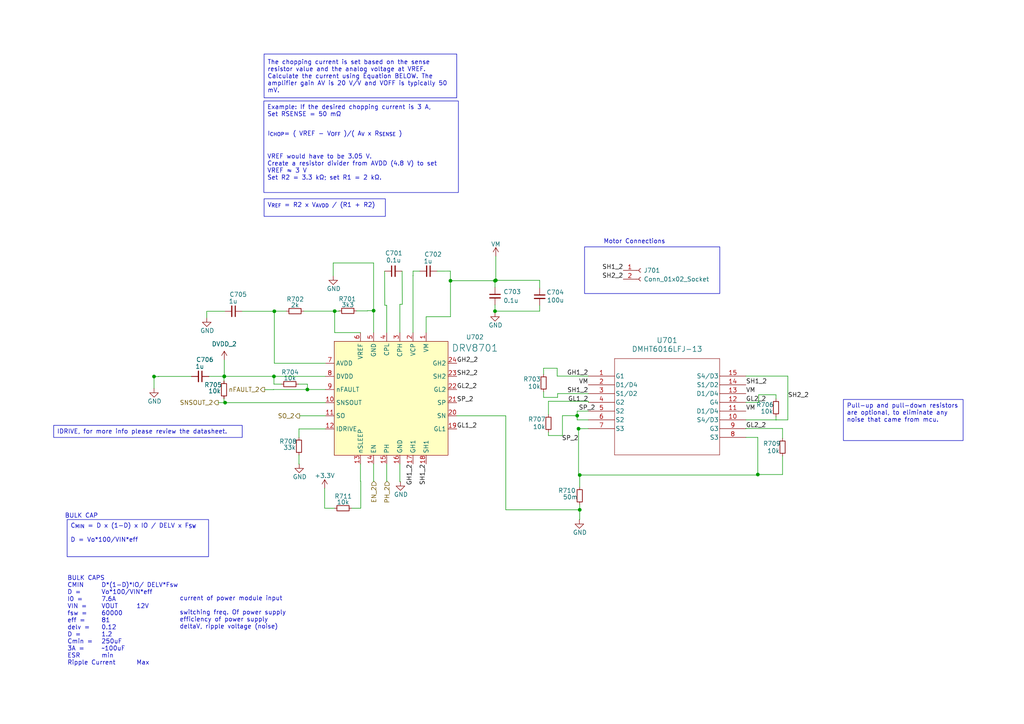
<source format=kicad_sch>
(kicad_sch (version 20231120) (generator "eeschema") (generator_version "8.0")
  (paper "A4")
  (title_block (title "Mixed Signal Board Project") (date "2024-06-24") (rev "V1.0") (company "open source") (comment 1 "this project for learning purposes"))
  (lib_symbols
    (symbol "Connector:Conn_01x02_Socket" (pin_names (offset 1.016) hide)
      (property "Reference" "J" (at 0 2.54 0))
      (property "Value" "Conn_01x02_Socket" (at 0 -5.08 0))
      (symbol "Conn_01x02_Socket_1_1"
        (arc (start 0 -2.032) (mid -0.5058 -2.54) (end 0 -3.048) (stroke (width 0.1524)))
        (polyline (pts (xy -1.27 -2.54) (xy -0.508 -2.54)) (stroke (width 0.1524)))
        (polyline (pts (xy -1.27 0) (xy -0.508 0)) (stroke (width 0.1524)))
        (arc (start 0 0.508) (mid -0.5058 0) (end 0 -0.508) (stroke (width 0.1524)))
        (pin passive line (at -5.08 0 0) (length 3.81) (name "Pin_1") (number "1"))
        (pin passive line (at -5.08 -2.54 0) (length 3.81) (name "Pin_2") (number "2"))
      )
    )
    (symbol "DMHT6016LFJ:DMHT6016LFJ-13" (pin_names (offset 0.254))
      (property "Reference" "U" (at 22.86 10.16 0))
      (property "Value" "DMHT6016LFJ-13" (at 22.86 7.62 0))
      (symbol "DMHT6016LFJ-13_0_1"
        (polyline (pts (xy 7.62 -22.86) (xy 38.1 -22.86)) (stroke (width 0.127)))
        (polyline (pts (xy 7.62 5.08) (xy 7.62 -22.86)) (stroke (width 0.127)))
        (polyline (pts (xy 38.1 -22.86) (xy 38.1 5.08)) (stroke (width 0.127)))
        (polyline (pts (xy 38.1 5.08) (xy 7.62 5.08)) (stroke (width 0.127)))
        (pin bidirectional line (at 0 0 0) (length 7.62) (name "G1") (number "1"))
        (pin bidirectional line (at 45.72 -12.7 180) (length 7.62) (name "S4/D3") (number "10"))
        (pin bidirectional line (at 45.72 -10.16 180) (length 7.62) (name "D1/D4") (number "11"))
        (pin bidirectional line (at 45.72 -7.62 180) (length 7.62) (name "G4") (number "12"))
        (pin bidirectional line (at 45.72 -5.08 180) (length 7.62) (name "D1/D4") (number "13"))
        (pin bidirectional line (at 45.72 -2.54 180) (length 7.62) (name "S1/D2") (number "14"))
        (pin bidirectional line (at 45.72 0 180) (length 7.62) (name "S4/D3") (number "15"))
        (pin bidirectional line (at 0 -2.54 0) (length 7.62) (name "D1/D4") (number "2"))
        (pin bidirectional line (at 0 -5.08 0) (length 7.62) (name "S1/D2") (number "3"))
        (pin bidirectional line (at 0 -7.62 0) (length 7.62) (name "G2") (number "4"))
        (pin bidirectional line (at 0 -10.16 0) (length 7.62) (name "S2") (number "5"))
        (pin bidirectional line (at 0 -12.7 0) (length 7.62) (name "S2") (number "6"))
        (pin bidirectional line (at 0 -15.24 0) (length 7.62) (name "S3") (number "7"))
        (pin bidirectional line (at 45.72 -17.78 180) (length 7.62) (name "S3") (number "8"))
        (pin bidirectional line (at 45.72 -15.24 180) (length 7.62) (name "G3") (number "9"))
      )
    )
    (symbol "Device:C_Small" (pin_numbers hide) (pin_names (offset 0.254) hide)
      (property "Reference" "C" (at 0.254 1.778 0))
      (property "Value" "C_Small" (at 0.254 -2.032 0))
      (symbol "C_Small_0_1"
        (polyline (pts (xy -1.524 -0.508) (xy 1.524 -0.508)) (stroke (width 0.3302)))
        (polyline (pts (xy -1.524 0.508) (xy 1.524 0.508)) (stroke (width 0.3048)))
      )
      (symbol "C_Small_1_1"
        (pin passive line (at 0 2.54 270) (length 2.032) (name "~") (number "1"))
        (pin passive line (at 0 -2.54 90) (length 2.032) (name "~") (number "2"))
      )
    )
    (symbol "Device:R_Small" (pin_numbers hide) (pin_names (offset 0.254) hide)
      (property "Reference" "R" (at 0.762 0.508 0))
      (property "Value" "R_Small" (at 0.762 -1.016 0))
      (symbol "R_Small_0_1"
        (rectangle (start -0.762 1.778) (end 0.762 -1.778) (stroke (width 0.2032)))
      )
      (symbol "R_Small_1_1"
        (pin passive line (at 0 2.54 270) (length 0.762) (name "~") (number "1"))
        (pin passive line (at 0 -2.54 90) (length 0.762) (name "~") (number "2"))
      )
    )
    (symbol "custom1:DRV8701ERGET"
      (property "Reference" "U?" (at 24.3105 17.7486 0))
      (property "Value" "DRV8701" (at 24.3105 14.5736 0))
      (symbol "DRV8701ERGET_1_0"
        (pin output line (at -19.05 -5.08 0) (length 2.54) (name "SO") (number "11"))
        (pin input line (at -19.05 -8.89 0) (length 2.54) (name "IDRIVE") (number "12"))
        (pin input line (at -8.89 -19.05 90) (length 2.54) (name "nSLEEP") (number "13"))
        (pin input line (at -5.08 -19.05 90) (length 2.54) (name "EN") (number "14"))
        (pin input line (at -1.27 -19.05 90) (length 2.54) (name "PH") (number "15"))
        (pin passive line (at 2.54 -19.05 90) (length 2.54) (name "GND") (number "16"))
        (pin output line (at 6.35 -19.05 90) (length 2.54) (name "GH1") (number "17"))
        (pin input line (at 10.16 -19.05 90) (length 2.54) (name "SH1") (number "18"))
        (pin output line (at 19.05 -8.89 180) (length 2.54) (name "GL1") (number "19"))
        (pin input line (at 19.05 -5.08 180) (length 2.54) (name "SN") (number "20"))
        (pin input line (at 19.05 -1.27 180) (length 2.54) (name "SP") (number "21"))
        (pin output line (at 19.05 2.54 180) (length 2.54) (name "GL2") (number "22"))
        (pin input line (at 19.05 6.35 180) (length 2.54) (name "SH2") (number "23"))
        (pin output line (at 19.05 10.16 180) (length 2.54) (name "GH2") (number "24"))
        (pin passive line (at -8.89 19.05 270) (length 2.54) (name "VREF") (number "6"))
        (pin passive line (at -19.05 10.16 0) (length 2.54) (name "AVDD") (number "7"))
        (pin passive line (at -19.05 6.35 0) (length 2.54) (name "DVDD") (number "8"))
        (pin output line (at -19.05 2.54 0) (length 2.54) (name "nFAULT") (number "9"))
      )
      (symbol "DRV8701ERGET_1_1"
        (rectangle (start -16.51 16.51) (end 16.51 -16.51) (fill (type background)))
        (pin passive line (at 10.16 19.05 270) (length 2.54) (name "VM") (number "1"))
        (pin output line (at -19.05 -1.27 0) (length 2.54) (name "SNSOUT") (number "10"))
        (pin passive line (at 6.35 19.05 270) (length 2.54) (name "VCP") (number "2"))
        (pin passive line (at 2.54 19.05 270) (length 2.54) (name "CPH") (number "3"))
        (pin passive line (at -1.27 19.05 270) (length 2.54) (name "CPL") (number "4"))
        (pin passive line (at -5.08 19.05 270) (length 2.54) (name "GND") (number "5"))
      )
    )
    (symbol "power:+3.3V" (power) (pin_names (offset 0))
      (property "Value" "+3.3V" (at 0 3.556 0))
      (symbol "+3.3V_0_1"
        (polyline (pts (xy -0.762 1.27) (xy 0 2.54)))
        (polyline (pts (xy 0 0) (xy 0 2.54)))
        (polyline (pts (xy 0 2.54) (xy 0.762 1.27)))
      )
      (symbol "+3.3V_1_1"
        (pin power_in line (at 0 0 90) (length 0) hide (name "+3.3V") (number "1"))
      )
    )
    (symbol "power:GND" (power) (pin_names (offset 0))
      (property "Value" "GND" (at 0 -3.81 0))
      (symbol "GND_0_1"
        (polyline (pts (xy 0 0) (xy 0 -1.27) (xy 1.27 -1.27) (xy 0 -2.54) (xy -1.27 -1.27) (xy 0 -1.27)))
      )
      (symbol "GND_1_1"
        (pin power_in line (at 0 0 270) (length 0) hide (name "GND") (number "1"))
      )
    )
    (symbol "power:VDD" (power) (pin_names (offset 0))
      (property "Value" "VDD" (at 0 3.81 0))
      (symbol "VDD_0_1"
        (polyline (pts (xy -0.762 1.27) (xy 0 2.54)))
        (polyline (pts (xy 0 0) (xy 0 2.54)))
        (polyline (pts (xy 0 2.54) (xy 0.762 1.27)))
      )
      (symbol "VDD_1_1"
        (pin power_in line (at 0 0 90) (length 0) hide (name "VDD") (number "1"))
      )
    )
    (symbol "power:VMEM" (power) (pin_names (offset 0))
      (property "Value" "VMEM" (at 0 3.81 0))
      (symbol "VMEM_0_1"
        (polyline (pts (xy -0.762 1.27) (xy 0 2.54)))
        (polyline (pts (xy 0 0) (xy 0 2.54)))
        (polyline (pts (xy 0 2.54) (xy 0.762 1.27)))
      )
      (symbol "VMEM_1_1"
        (pin power_in line (at 0 0 90) (length 0) hide (name "VMEM") (number "1"))
      )
    )
  )
  (junction (at 97.0671 90.2456))
  (junction (at 168.1415 147.8656))
  (junction (at 130.6565 81.4249))
  (junction (at 79.5667 90.2852))
  (junction (at 65.0499 109.1669))
  (junction (at 108.3584 90.1045))
  (junction (at 79.4571 109.1669))
  (junction (at 44.6755 109.2081))
  (junction (at 143.57 81.4249))
  (junction (at 65.2912 116.7869))
  (junction (at 89.1599 112.9769))
  (junction (at 143.57 90.2469))
  (junction (at 168.1415 137.7785))
  (junction (at 65.0488 109.1669))
  (junction (at 143.8069 81.3086))
  (junction (at 167.7981 124.345))
  (junction (at 167.4086 120.5577))
  (junction (at 219.7911 137.6315))
  (wire (pts (xy 86.7137 124.4069) (xy 94.3884 124.4069)))
  (wire (pts (xy 170.626 124.3212) (xy 167.7981 124.345)))
  (wire (pts (xy 143.8069 74.3348) (xy 143.8069 81.3086)))
  (wire (pts (xy 44.6659 109.2081) (xy 44.6755 109.2081)))
  (wire (pts (xy 86.7137 126.8939) (xy 86.7137 124.4069)))
  (wire (pts (xy 226.9695 137.6315) (xy 219.7911 137.6315)))
  (wire (pts (xy 219.7911 126.8612) (xy 216.346 126.8612)))
  (wire (pts (xy 63.3179 116.7744) (xy 65.2912 116.7744)))
  (wire (pts (xy 108.3584 90.1045) (xy 108.3584 76.2735)))
  (wire (pts (xy 143.57 88.434) (xy 143.57 90.2469)))
  (wire (pts (xy 103.4176 90.175) (xy 106.5935 90.175)))
  (wire (pts (xy 70.2699 90.2852) (xy 70.2699 90.275)))
  (wire (pts (xy 157.6619 108.5332) (xy 157.6619 106.7974)))
  (wire (pts (xy 119.7884 79.9351) (xy 119.7884 96.4669)))
  (wire (pts (xy 104.5484 134.5669) (xy 104.5484 139.5566)))
  (wire (pts (xy 89.1599 111.4154) (xy 89.1599 112.9769)))
  (wire (pts (xy 79.4571 111.4154) (xy 79.4571 109.1669)))
  (wire (pts (xy 59.9681 90.275) (xy 59.9681 92.1803)))
  (wire (pts (xy 64.968 116.7869) (xy 65.2912 116.7869)))
  (wire (pts (xy 143.57 90.2469) (xy 143.57 90.5984)))
  (wire (pts (xy 64.968 115.5816) (xy 64.968 116.7869)))
  (wire (pts (xy 104.5484 96.4669) (xy 97.0671 96.4669)))
  (wire (pts (xy 60.5986 109.1669) (xy 60.5986 109.1799)))
  (wire (pts (xy 168.1415 137.7785) (xy 219.7911 137.7785)))
  (wire (pts (xy 219.7911 137.7785) (xy 219.7911 137.6315)))
  (wire (pts (xy 89.1599 112.9769) (xy 79.3395 112.9769)))
  (wire (pts (xy 168.1415 150.7108) (xy 168.0399 150.7108)))
  (wire (pts (xy 97.0671 96.4669) (xy 97.0671 90.2456)))
  (wire (pts (xy 94.1551 141.6614) (xy 94.1757 141.6614)))
  (wire (pts (xy 225.0723 121.8087) (xy 225.129 121.8087)))
  (wire (pts (xy 143.57 81.4249) (xy 143.57 83.354)))
  (wire (pts (xy 126.7911 78.6426) (xy 130.6292 78.631)))
  (wire (pts (xy 112.1684 134.5669) (xy 112.1684 139.5566)))
  (wire (pts (xy 64.968 110.5016) (xy 64.968 109.3638)))
  (wire (pts (xy 88.1048 90.2456) (xy 97.0671 90.2456)))
  (wire (pts (xy 81.5313 111.4154) (xy 79.4571 111.4154)))
  (wire (pts (xy 44.6755 109.2081) (xy 46.0017 109.2081)))
  (wire (pts (xy 86.7137 134.5849) (xy 86.7843 134.5849)))
  (wire (pts (xy 108.3584 134.5669) (xy 108.3584 139.5566)))
  (wire (pts (xy 167.7981 124.345) (xy 167.7981 137.7785)))
  (wire (pts (xy 143.8069 81.4249) (xy 143.57 81.4249)))
  (wire (pts (xy 226.9695 124.2827) (xy 216.346 124.2827)))
  (wire (pts (xy 170.626 116.3826) (xy 170.626 116.7012)))
  (wire (pts (xy 146.7007 147.8656) (xy 168.1415 147.8656)))
  (wire (pts (xy 65.2912 116.7869) (xy 94.3884 116.7869)))
  (wire (pts (xy 119.8075 79.9351) (xy 119.8075 78.631)))
  (wire (pts (xy 111.6037 88.552) (xy 111.5511 78.6426)))
  (wire (pts (xy 228.5036 109.0812) (xy 216.346 109.0812)))
  (wire (pts (xy 86.9254 120.5969) (xy 86.9254 120.641)))
  (wire (pts (xy 108.3584 96.4669) (xy 108.3584 90.1045)))
  (wire (pts (xy 119.8075 78.631) (xy 121.7111 78.6426)))
  (wire (pts (xy 167.4086 120.5577) (xy 167.4086 119.2412)))
  (wire (pts (xy 94.1551 147.4049) (xy 94.1551 141.6614)))
  (wire (pts (xy 65.0488 109.1669) (xy 60.5986 109.1669)))
  (wire (pts (xy 108.3584 139.5566) (xy 108.4492 139.5566)))
  (wire (pts (xy 116.6837 88.2698) (xy 115.9784 88.2698)))
  (wire (pts (xy 115.9784 88.2698) (xy 115.9784 96.4669)))
  (wire (pts (xy 156.5298 88.6034) (xy 156.5298 90.2469)))
  (wire (pts (xy 159.0733 126.3206) (xy 163.1338 126.3206)))
  (wire (pts (xy 102.0283 147.4049) (xy 104.6392 147.4049)))
  (wire (pts (xy 156.5298 90.2469) (xy 143.57 90.2469)))
  (wire (pts (xy 65.0499 109.3638) (xy 65.0499 109.1669)))
  (wire (pts (xy 225.0723 114.5009) (xy 220.0448 114.5009)))
  (wire (pts (xy 94.3884 112.9769) (xy 89.1599 112.9769)))
  (wire (pts (xy 143.8069 81.3086) (xy 143.8069 81.4249)))
  (wire (pts (xy 226.9695 127.1528) (xy 226.9695 124.2827)))
  (wire (pts (xy 161.7225 115.2653) (xy 161.7225 114.1612)))
  (wire (pts (xy 94.3884 109.1669) (xy 79.4571 109.1669)))
  (wire (pts (xy 97.0671 90.2456) (xy 98.3376 90.2456)))
  (wire (pts (xy 94.3884 120.5969) (xy 86.9254 120.5969)))
  (wire (pts (xy 79.5667 90.2852) (xy 79.5667 105.3569)))
  (wire (pts (xy 167.4086 121.7812) (xy 167.4086 120.5577)))
  (wire (pts (xy 44.6755 109.2081) (xy 44.6755 112.663)))
  (wire (pts (xy 46.0017 109.2081) (xy 46.0017 109.1799)))
  (wire (pts (xy 108.3584 76.2735) (xy 96.6437 76.2735)))
  (wire (pts (xy 225.0723 115.6955) (xy 225.0723 114.5009)))
  (wire (pts (xy 115.9784 134.5669) (xy 115.9784 139.6978)))
  (wire (pts (xy 123.5984 91.8686) (xy 130.6565 91.8686)))
  (wire (pts (xy 86.7137 131.9739) (xy 86.7137 134.5849)))
  (wire (pts (xy 65.1899 90.275) (xy 59.9681 90.275)))
  (wire (pts (xy 76.7685 113.0097) (xy 76.7685 112.9885)))
  (wire (pts (xy 98.3376 90.2456) (xy 98.3376 90.175)))
  (wire (pts (xy 79.5667 90.2456) (xy 79.5667 90.2852)))
  (wire (pts (xy 159.0733 120.2471) (xy 159.0733 116.3826)))
  (wire (pts (xy 119.8075 79.9351) (xy 119.7884 79.9351)))
  (wire (pts (xy 79.5667 90.2852) (xy 70.2699 90.2852)))
  (wire (pts (xy 220.0448 114.5009) (xy 220.0448 116.7012)))
  (wire (pts (xy 112.1684 88.552) (xy 111.6037 88.552)))
  (wire (pts (xy 156.5298 83.5234) (xy 156.5298 81.3086)))
  (wire (pts (xy 106.5935 90.175) (xy 106.5935 90.1045)))
  (wire (pts (xy 156.5298 81.3086) (xy 143.8069 81.3086)))
  (wire (pts (xy 159.0733 116.3826) (xy 170.626 116.3826)))
  (wire (pts (xy 163.1338 120.5577) (xy 167.4086 120.5577)))
  (wire (pts (xy 104.5484 139.5566) (xy 104.6392 139.5566)))
  (wire (pts (xy 115.9784 139.6978) (xy 116.1409 139.6978)))
  (wire (pts (xy 157.6619 115.2653) (xy 161.7225 115.2653)))
  (wire (pts (xy 65.0488 104.3882) (xy 65.0488 109.1669)))
  (wire (pts (xy 167.7981 124.3212) (xy 167.7981 124.345)))
  (wire (pts (xy 79.3395 112.9769) (xy 79.3395 113.0097)))
  (wire (pts (xy 130.6565 81.4249) (xy 143.57 81.4249)))
  (wire (pts (xy 123.5984 96.4669) (xy 123.5984 91.8686)))
  (wire (pts (xy 216.346 124.2827) (xy 216.346 124.3212)))
  (wire (pts (xy 64.968 109.3638) (xy 65.0499 109.3638)))
  (wire (pts (xy 83.0248 90.2456) (xy 79.5667 90.2456)))
  (wire (pts (xy 170.626 121.7812) (xy 167.4086 121.7812)))
  (wire (pts (xy 225.0723 120.7755) (xy 225.0723 121.8087)))
  (wire (pts (xy 130.6292 78.631) (xy 130.6292 81.4249)))
  (wire (pts (xy 168.1415 147.8656) (xy 168.1415 150.7108)))
  (wire (pts (xy 106.5935 90.1045) (xy 108.3584 90.1045)))
  (wire (pts (xy 112.1684 96.4669) (xy 112.1684 88.552)))
  (wire (pts (xy 168.1415 146.341) (xy 168.1415 147.8656)))
  (wire (pts (xy 94.3884 105.3569) (xy 79.5667 105.3569)))
  (wire (pts (xy 132.4884 120.5969) (xy 146.7007 120.5969)))
  (wire (pts (xy 130.6292 81.4249) (xy 130.6565 81.4249)))
  (wire (pts (xy 161.6049 106.7974) (xy 161.6049 109.0812)))
  (wire (pts (xy 216.346 121.7812) (xy 228.5036 121.7812)))
  (wire (pts (xy 112.1684 139.5566) (xy 112.2592 139.5566)))
  (wire (pts (xy 219.7911 137.6315) (xy 219.7911 126.8612)))
  (wire (pts (xy 79.3395 113.0097) (xy 76.7685 113.0097)))
  (wire (pts (xy 79.4571 109.1669) (xy 65.0499 109.1669)))
  (wire (pts (xy 161.6049 109.0812) (xy 170.626 109.0812)))
  (wire (pts (xy 96.6437 76.2735) (xy 96.6437 80.0135)))
  (wire (pts (xy 161.7225 114.1612) (xy 170.626 114.1612)))
  (wire (pts (xy 226.9695 132.2328) (xy 226.9695 137.6315)))
  (wire (pts (xy 65.2912 116.7744) (xy 65.2912 116.7869)))
  (wire (pts (xy 159.0733 125.3271) (xy 159.0733 126.3206)))
  (wire (pts (xy 157.6619 106.7974) (xy 161.6049 106.7974)))
  (wire (pts (xy 65.0499 109.1669) (xy 65.0488 109.1669)))
  (wire (pts (xy 228.5036 121.7812) (xy 228.5036 109.0812)))
  (wire (pts (xy 86.6113 111.4154) (xy 89.1599 111.4154)))
  (wire (pts (xy 163.1338 126.3206) (xy 163.1338 120.5577)))
  (wire (pts (xy 157.6619 113.6132) (xy 157.6619 115.2653)))
  (wire (pts (xy 146.7007 120.5969) (xy 146.7007 147.8656)))
  (wire (pts (xy 130.6565 91.8686) (xy 130.6565 81.4249)))
  (wire (pts (xy 46.0017 109.1799) (xy 55.5186 109.1799)))
  (wire (pts (xy 167.7981 137.7785) (xy 168.1415 137.7785)))
  (wire (pts (xy 168.1415 141.261) (xy 168.1415 137.7785)))
  (wire (pts (xy 96.9483 147.4049) (xy 94.1551 147.4049)))
  (wire (pts (xy 116.6311 78.6426) (xy 116.6837 88.2698)))
  (wire (pts (xy 220.0448 116.7012) (xy 216.346 116.7012)))
  (wire (pts (xy 104.6392 147.4049) (xy 104.6392 139.5566)))
  (wire (pts (xy 167.4086 119.2412) (xy 170.626 119.2412)))
  (rectangle (start 169.545 71.6016) (end 208.773 85.1367))
  (text_box "C_{MIN} = D x (1-D) x IO / DELV x F_{SW}\n\nD = Vo*100/VIN*eff\n" (at 19.4716 150.6905 0) (size 41.0191 10.772) (effects (font (size 1.27 1.27)) (justify left top)))
  (text_box "Pull-up and pull-down resistors are optional, to eliminate any noise that came from mcu." (at 244.6227 115.8651 0) (size 34.7174 11.9194) (effects (font (size 1.27 1.27)) (justify left top)))
  (text_box "V_{REF} = R2 x V_{AVDD} / (R1 + R2)\n" (at 76.5948 57.6644 0) (size 35.1797 5.0958) (effects (font (size 1.27 1.27)) (justify left top)))
  (text_box "IDRIVE, for more info please review the datasheet.\n" (at 15.5695 123.3764 0) (size 54.6854 3.5016) (effects (font (size 1.27 1.27)) (justify left top)))
  (text_box "The chopping current is set based on the sense resistor value and the analog voltage at VREF. Calculate the current using Equation BELOW. The amplifier gain AV is 20 V/V and VOFF is typically 50 mV." (at 76.5948 15.6689 0) (size 55.88 12.7) (effects (font (size 1.27 1.27)) (justify left)))
  (text_box "Example: If the desired chopping current is 3 A,\nSet RSENSE = 50 mΩ\n\n\n\n\n\nVREF would have to be 3.05 V.\nCreate a resistor divider from AVDD (4.8 V) to set VREF ≈ 3 V\nSet R2 = 3.3 kΩ; set R1 = 2 kΩ." (at 76.5272 29.2863 0) (size 56.4248 26.5523) (effects (font (size 1.27 1.27)) (justify left top)))
  (text "I_{CHOP}= ( VREF - V_{OFF} )/( A_{V} x R_{SENSE} )" (at 97.1347 38.9194 0) (effects (font (size 1.27 1.27))))
  (text "BULK CAP \n" (at 24.1052 149.715 0) (effects (font (size 1.27 1.27))))
  (text "Motor Connections\n" (at 184.0195 70.1383 0) (effects (font (size 1.27 1.27))))
  (text "\n\n\ncurrent of power module input\n\nswitching freq. Of power supply\nefficiency of power supply \ndeltaV, ripple voltage (noise)\n" (at 52.0697 166.8069 0) (effects (font (size 1.27 1.27)) (justify left top)))
  (text "BULK CAPS	\nCMIN	D*(1-D)*IO/ DELV*Fsw\nD = 	Vo*100/VIN*eff\nI0 = 	7.6A\nVIN = 	VOUT	12V\nfsw = 	60000\neff = 	81\ndelv = 	0.12\nD = 	1.2\nCmin = 	250uF\n3A = 	~100uF\nESR		min\nRipple Current 	Max\n" (at 19.5123 167.0507 0) (effects (font (size 1.27 1.27)) (justify left top)))
  (label "GH2_2" (at 132.4884 105.3569 0))
  (label "SP_2" (at 132.4884 116.7869 0))
  (label "GL1_2" (at 132.4884 124.4069 0))
  (label "GL2_2" (at 216.346 124.3212 0))
  (label "GL2_2" (at 132.4884 112.9769 0))
  (label "GL1_2" (at 170.626 116.7012 180))
  (label "GH1_2" (at 119.7884 134.5669 270))
  (label "SP_2" (at 167.8151 119.2412 0))
  (label "VM" (at 216.346 119.2412 0))
  (label "VM" (at 216.346 114.1612 0))
  (label "VM" (at 170.626 111.6212 180))
  (label "SH1_2" (at 170.626 114.1612 180))
  (label "SH1_2" (at 123.5984 134.5669 270))
  (label "SH2_2" (at 132.4884 109.1669 0))
  (label "SH2_2" (at 180.7686 80.9701 180))
  (label "GH1_2" (at 170.626 109.0812 180))
  (label "SH1_2" (at 216.346 111.6212 0))
  (label "GL2_2" (at 216.346 116.7012 0))
  (label "SH1_2" (at 180.7686 78.4301 180))
  (label "SH2_2" (at 228.5036 115.5859 0))
  (label "SP_2" (at 167.7981 128.0807 180))
  (hierarchical_label "EN_2" (shape input) (at 108.4492 139.5566 270))
  (hierarchical_label "PH_2" (shape input) (at 112.2592 139.5566 270))
  (hierarchical_label "SNSOUT_2" (shape output) (at 63.3179 116.7744 180))
  (hierarchical_label "SO_2" (shape output) (at 86.9254 120.641 180))
  (hierarchical_label "nFAULT_2" (shape output) (at 76.7685 112.9885 180))
  (symbol (lib_id "Device:R_Small") (at 99.4883 147.4049 90) (unit 1)
    (property "Reference" "R711" (at 99.5589 143.9472 90))
    (property "Value" "10k" (at 99.4883 145.6408 90))
    (property "Description" "Resistor, small symbol" (effects (hide yes)))
  )
  (symbol (lib_id "Device:R_Small") (at 100.8776 90.175 90) (unit 1)
    (property "Reference" "R701" (at 100.7365 86.7173 90))
    (property "Value" "3k3" (at 100.8776 88.4109 90))
    (property "Description" "Resistor, small symbol" (effects (hide yes)))
  )
  (symbol (lib_id "power:+3.3V") (at 94.1757 141.6614 0) (unit 1)
    (property "Reference" "#PWR0709" (effects (hide yes)))
    (property "Value" "+3.3V" (at 94.1829 137.9649 0))
  )
  (symbol (lib_id "Device:R_Small") (at 225.0723 118.2355 180) (unit 1)
    (property "Reference" "R706" (at 221.887 117.3942 0))
    (property "Value" "10k" (at 222.426 119.3053 0))
    (property "Description" "Resistor, small symbol" (effects (hide yes)))
  )
  (symbol (lib_id "DMHT6016LFJ:DMHT6016LFJ-13") (at 170.626 109.0812 0) (unit 1)
    (property "Reference" "U701" (at 193.486 98.7039 0) (effects (font (size 1.524 1.524))))
    (property "Value" "DMHT6016LFJ-13" (at 193.486 101.2439 0) (effects (font (size 1.524 1.524))))
    (property "Footprint" "V-DFN5045-12_DIO" (effects (hide yes)))
    (property "Datasheet" "DMHT6016LFJ-13" (effects (hide yes)))
  )
  (symbol (lib_id "Device:R_Small") (at 168.1415 143.801 180) (unit 1)
    (property "Reference" "R710" (at 164.4375 142.2835 0))
    (property "Value" "50m" (at 165.407 144.1604 0))
    (property "Description" "Resistor, small symbol" (effects (hide yes)))
  )
  (symbol (lib_id "Device:R_Small") (at 226.9695 129.6928 180) (unit 1)
    (property "Reference" "R709" (at 223.8822 128.6565 0))
    (property "Value" "10k" (at 224.3232 130.7637 0))
    (property "Description" "Resistor, small symbol" (effects (hide yes)))
  )
  (symbol (lib_id "Device:C_Small") (at 156.5298 86.0634 0) (unit 1)
    (property "Reference" "C704" (at 158.4971 84.7781 0) (effects (justify left)))
    (property "Value" "100u" (at 158.6147 87.0715 0) (effects (justify left)))
    (property "Description" "Unpolarized capacitor, small symbol" (effects (hide yes)))
  )
  (symbol (lib_id "Device:R_Small") (at 64.968 113.0416 180) (unit 1)
    (property "Reference" "R705" (at 61.8101 111.6368 0))
    (property "Value" "10k" (at 62.2335 113.401 0))
    (property "Description" "Resistor, small symbol" (effects (hide yes)))
  )
  (symbol (lib_id "power:GND") (at 116.1409 139.6978 0) (unit 1)
    (property "Reference" "#PWR0708" (effects (hide yes)))
    (property "Value" "GND" (at 116.2879 143.4222 0))
    (property "Description" "Power symbol creates a global label with name \"GND\" , ground" (effects (hide yes)))
  )
  (symbol (lib_id "Device:R_Small") (at 85.5648 90.2456 90) (unit 1)
    (property "Reference" "R702" (at 85.6354 86.7879 90))
    (property "Value" "2k" (at 85.5648 88.4815 90))
    (property "Description" "Resistor, small symbol" (effects (hide yes)))
  )
  (symbol (lib_id "power:GND") (at 168.0399 150.7108 0) (unit 1)
    (property "Reference" "#PWR0710" (effects (hide yes)))
    (property "Value" "GND" (at 168.1869 154.4352 0))
    (property "Description" "Power symbol creates a global label with name \"GND\" , ground" (effects (hide yes)))
  )
  (symbol (lib_id "Device:C_Small") (at 124.2511 78.6426 270) (unit 1)
    (property "Reference" "C702" (at 123.0515 73.7736 90) (effects (justify left)))
    (property "Value" "1u" (at 122.8398 75.7494 90) (effects (justify left)))
    (property "Description" "Unpolarized capacitor, small symbol" (effects (hide yes)))
  )
  (symbol (lib_id "Device:C_Small") (at 58.0586 109.1799 270) (unit 1)
    (property "Reference" "C706" (at 56.859 104.3109 90) (effects (justify left)))
    (property "Value" "1u" (at 56.6473 106.2867 90) (effects (justify left)))
    (property "Description" "Unpolarized capacitor, small symbol" (effects (hide yes)))
  )
  (symbol (lib_id "power:GND") (at 96.6437 80.0135 0) (unit 1)
    (property "Reference" "#PWR0702" (effects (hide yes)))
    (property "Value" "GND" (at 96.7907 83.7379 0))
    (property "Description" "Power symbol creates a global label with name \"GND\" , ground" (effects (hide yes)))
  )
  (symbol (lib_id "custom1:DRV8701ERGET") (at 113.4384 115.5169 0) (unit 1)
    (property "Reference" "U702" (at 137.7489 97.7683 0))
    (property "Value" "DRV8701" (at 137.7489 100.9433 0) (effects (font (size 2 2))))
    (property "Datasheet" "https://www.ti.com/lit/ds/symlink/drv8701.pdf" (effects (hide yes)))
    (property "Description" "The DRV8701 is a single H-bridge gate driver that uses four extermal N-channel MOSFETs targeted to drive a 12V to 24V bidirectional brushed DC motor." (effects (hide yes)))
  )
  (symbol (lib_id "Connector:Conn_01x02_Socket") (at 185.8486 78.4301 0) (unit 1)
    (property "Reference" "J701" (at 186.69 78.43 0) (effects (justify left)))
    (property "Value" "Conn_01x02_Socket" (at 186.69 80.97 0) (effects (justify left)))
    (property "Description" "Generic connector, single row, 01x02, script generated" (effects (hide yes)))
  )
  (symbol (lib_id "power:GND") (at 59.9681 92.1803 0) (unit 1)
    (property "Reference" "#PWR0704" (effects (hide yes)))
    (property "Value" "GND" (at 60.1151 95.9047 0))
    (property "Description" "Power symbol creates a global label with name \"GND\" , ground" (effects (hide yes)))
  )
  (symbol (lib_id "Device:C_Small") (at 67.7299 90.275 270) (unit 1)
    (property "Reference" "C705" (at 66.5303 85.406 90) (effects (justify left)))
    (property "Value" "1u" (at 66.3186 87.3818 90) (effects (justify left)))
    (property "Description" "Unpolarized capacitor, small symbol" (effects (hide yes)))
  )
  (symbol (lib_id "power:GND") (at 143.57 90.5984 0) (unit 1)
    (property "Reference" "#PWR0703" (effects (hide yes)))
    (property "Value" "GND" (at 143.717 94.3228 0))
    (property "Description" "Power symbol creates a global label with name \"GND\" , ground" (effects (hide yes)))
  )
  (symbol (lib_id "Device:R_Small") (at 86.7137 129.4339 180) (unit 1)
    (property "Reference" "R708" (at 83.5558 128.0291 0))
    (property "Value" "33k" (at 83.9792 129.7933 0))
    (property "Description" "Resistor, small symbol" (effects (hide yes)))
  )
  (symbol (lib_id "Device:C_Small") (at 143.57 85.894 0) (unit 1)
    (property "Reference" "C703" (at 146.0074 84.6302 0) (effects (justify left)))
    (property "Value" "0.1u" (at 146.0074 87.1702 0) (effects (justify left)))
    (property "Description" "Unpolarized capacitor, small symbol" (effects (hide yes)))
  )
  (symbol (lib_id "Device:R_Small") (at 157.6619 111.0732 180) (unit 1)
    (property "Reference" "R703" (at 154.3131 109.9728 0))
    (property "Value" "10k" (at 154.9599 112.0898 0))
    (property "Description" "Resistor, small symbol" (effects (hide yes)))
  )
  (symbol (lib_id "Device:R_Small") (at 159.0733 122.7871 180) (unit 1)
    (property "Reference" "R707" (at 155.7244 121.6162 0))
    (property "Value" "10k" (at 156.3713 123.792 0))
    (property "Description" "Resistor, small symbol" (effects (hide yes)))
  )
  (symbol (lib_id "Device:C_Small") (at 114.0911 78.6426 90) (unit 1)
    (property "Reference" "C701" (at 114.2326 73.4207 90))
    (property "Value" "0.1u" (at 114.162 75.4672 90))
    (property "Description" "Unpolarized capacitor, small symbol" (effects (hide yes)))
  )
  (symbol (lib_id "power:GND") (at 86.7843 134.5849 0) (unit 1)
    (property "Reference" "#PWR0707" (effects (hide yes)))
    (property "Value" "GND" (at 86.9313 138.3093 0))
    (property "Description" "Power symbol creates a global label with name \"GND\" , ground" (effects (hide yes)))
  )
  (symbol (lib_id "power:VMEM") (at 143.8069 74.3348 0) (unit 1)
    (property "Reference" "#PWR0701" (effects (hide yes)))
    (property "Value" "VM" (at 143.7885 70.8268 0))
    (property "Description" "Power symbol creates a global label with name \"VMEM\"" (effects (hide yes)))
  )
  (symbol (lib_id "power:GND") (at 44.6755 112.663 0) (unit 1)
    (property "Reference" "#PWR0706" (effects (hide yes)))
    (property "Value" "GND" (at 44.8225 116.3874 0))
    (property "Description" "Power symbol creates a global label with name \"GND\" , ground" (effects (hide yes)))
  )
  (symbol (lib_id "power:VDD") (at 65.0488 104.3882 0) (unit 1)
    (property "Reference" "#PWR0705" (effects (hide yes)))
    (property "Value" "DVDD_2" (at 65.0488 99.7663 0))
    (property "Description" "Power symbol creates a global label with name \"VDD\"" (effects (hide yes)))
  )
  (symbol (lib_id "Device:R_Small") (at 84.0713 111.4154 90) (unit 1)
    (property "Reference" "R704" (at 84.1419 107.9577 90))
    (property "Value" "10k" (at 84.0713 109.6513 90))
    (property "Description" "Resistor, small symbol" (effects (hide yes)))
  )
)
</source>
